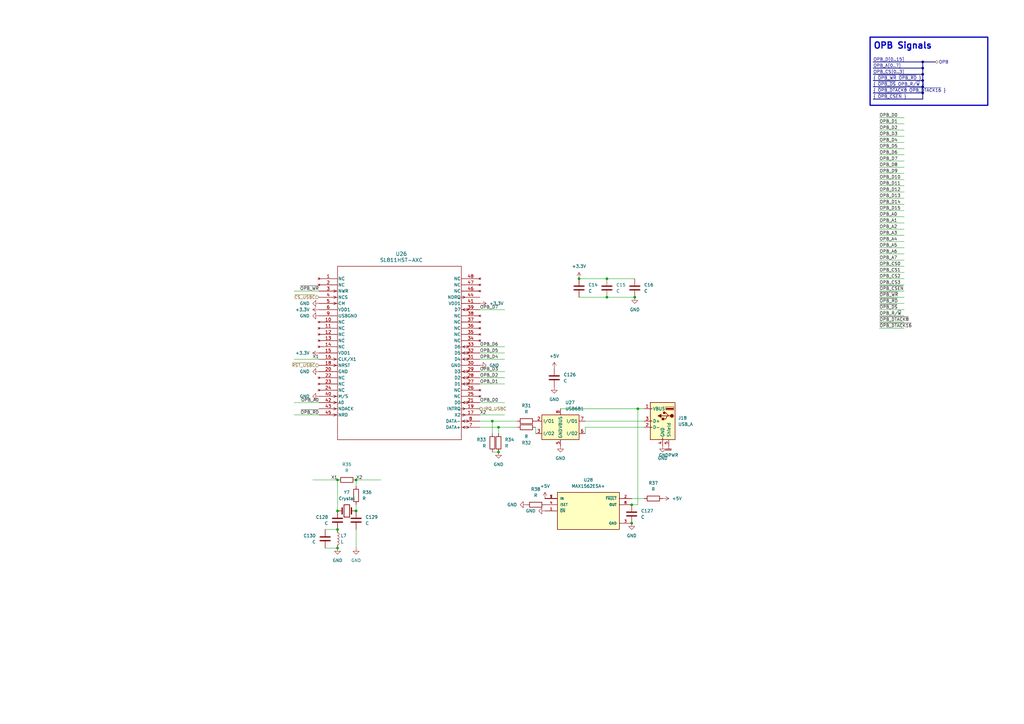
<source format=kicad_sch>
(kicad_sch (version 20230121) (generator eeschema)
  (paper "A3")
  (lib_symbols
    (symbol "Connector:USB_A" (pin_names (offset 1.016))
      (property "Reference" "J" (at -5.08 11.43 0))
      (property "Value" "USB_A" (at -5.08 8.89 0))
      (symbol "USB_A_0_1"
        (rectangle (start -5.08 -7.62) (end 5.08 7.62) (stroke (width 0.254)) (fill (type background)))
        (circle (center -3.81 2.159) (radius 0.635) (stroke (width 0.254)) (fill (type outline)))
        (rectangle (start -1.524 4.826) (end -4.318 5.334) (fill (type outline)))
        (rectangle (start -1.27 4.572) (end -4.572 5.842))
        (circle (center -0.635 3.429) (radius 0.381) (stroke (width 0.254)) (fill (type outline)))
        (rectangle (start -0.127 -7.62) (end 0.127 -6.858))
        (polyline (pts (xy -3.175 2.159) (xy -2.54 2.159) (xy -1.27 3.429) (xy -0.635 3.429)) (stroke (width 0.254)))
        (polyline (pts (xy -2.54 2.159) (xy -1.905 2.159) (xy -1.27 0.889) (xy 0 0.889)) (stroke (width 0.254)))
        (polyline (pts (xy 0.635 2.794) (xy 0.635 1.524) (xy 1.905 2.159) (xy 0.635 2.794)) (stroke (width 0.254)) (fill (type outline)))
        (rectangle (start 0.254 1.27) (end -0.508 0.508) (stroke (width 0.254)) (fill (type outline)))
        (rectangle (start 5.08 -2.667) (end 4.318 -2.413))
        (rectangle (start 5.08 -0.127) (end 4.318 0.127))
        (rectangle (start 5.08 4.953) (end 4.318 5.207))
      )
      (symbol "USB_A_1_1"
        (polyline (pts (xy -1.905 2.159) (xy 0.635 2.159)) (stroke (width 0.254)))
        (pin power_in line (at 7.62 5.08 180) (length 2.54) (name "VBUS") (number "1"))
        (pin bidirectional line (at 7.62 -2.54 180) (length 2.54) (name "D-") (number "2"))
        (pin bidirectional line (at 7.62 0 180) (length 2.54) (name "D+") (number "3"))
        (pin power_in line (at 0 -10.16 90) (length 2.54) (name "GND") (number "4"))
        (pin passive line (at -2.54 -10.16 90) (length 2.54) (name "Shield") (number "5"))
      )
    )
    (symbol "Device:C" (pin_numbers hide) (pin_names (offset 0.254))
      (property "Reference" "C" (at 0.635 2.54 0))
      (property "Value" "C" (at 0.635 -2.54 0))
      (symbol "C_0_1"
        (polyline (pts (xy -2.032 -0.762) (xy 2.032 -0.762)) (stroke (width 0.508)))
        (polyline (pts (xy -2.032 0.762) (xy 2.032 0.762)) (stroke (width 0.508)))
      )
      (symbol "C_1_1"
        (pin passive line (at 0 3.81 270) (length 2.794) (name "~") (number "1"))
        (pin passive line (at 0 -3.81 90) (length 2.794) (name "~") (number "2"))
      )
    )
    (symbol "Device:Crystal" (pin_numbers hide) (pin_names (offset 1.016) hide)
      (property "Reference" "Y" (at 0 3.81 0))
      (property "Value" "Crystal" (at 0 -3.81 0))
      (symbol "Crystal_0_1"
        (rectangle (start -1.143 2.54) (end 1.143 -2.54) (stroke (width 0.3048)))
        (polyline (pts (xy -2.54 0) (xy -1.905 0)))
        (polyline (pts (xy -1.905 -1.27) (xy -1.905 1.27)) (stroke (width 0.508)))
        (polyline (pts (xy 1.905 -1.27) (xy 1.905 1.27)) (stroke (width 0.508)))
        (polyline (pts (xy 2.54 0) (xy 1.905 0)))
      )
      (symbol "Crystal_1_1"
        (pin passive line (at -3.81 0 0) (length 1.27) (name "1") (number "1"))
        (pin passive line (at 3.81 0 180) (length 1.27) (name "2") (number "2"))
      )
    )
    (symbol "Device:L" (pin_numbers hide) (pin_names (offset 1.016) hide)
      (property "Reference" "L" (at -1.27 0 90))
      (property "Value" "L" (at 1.905 0 90))
      (symbol "L_0_1"
        (arc (start 0 -2.54) (mid 0.6323 -1.905) (end 0 -1.27))
        (arc (start 0 -1.27) (mid 0.6323 -0.635) (end 0 0))
        (arc (start 0 0) (mid 0.6323 0.635) (end 0 1.27))
        (arc (start 0 1.27) (mid 0.6323 1.905) (end 0 2.54))
      )
      (symbol "L_1_1"
        (pin passive line (at 0 3.81 270) (length 1.27) (name "1") (number "1"))
        (pin passive line (at 0 -3.81 90) (length 1.27) (name "2") (number "2"))
      )
    )
    (symbol "Device:R" (pin_numbers hide) (pin_names (offset 0))
      (property "Reference" "R" (at 2.032 0 90))
      (property "Value" "R" (at 0 0 90))
      (symbol "R_0_1"
        (rectangle (start -1.016 -2.54) (end 1.016 2.54) (stroke (width 0.254)))
      )
      (symbol "R_1_1"
        (pin passive line (at 0 3.81 270) (length 1.27) (name "~") (number "1"))
        (pin passive line (at 0 -3.81 90) (length 1.27) (name "~") (number "2"))
      )
    )
    (symbol "MAX1562ESA:MAX1562ESA+" (pin_names (offset 1.016))
      (property "Reference" "U" (at -12.7 8.62 0))
      (property "Value" "MAX1562ESA+" (at -12.7 -11.62 0))
      (symbol "MAX1562ESA+_0_0"
        (rectangle (start -12.7 -7.62) (end 12.7 7.62) (stroke (width 0.254)) (fill (type background)))
        (pin input line (at -17.78 0 0) (length 5.08) (name "~{ON}") (number "1"))
        (pin output line (at 17.78 5.08 180) (length 5.08) (name "~{FAULT}") (number "2"))
        (pin power_in line (at 17.78 -5.08 180) (length 5.08) (name "GND") (number "3"))
        (pin input line (at -17.78 2.54 0) (length 5.08) (name "ISET") (number "4"))
        (pin input line (at -17.78 5.08 0) (length 5.08) (name "IN") (number "5"))
        (pin output line (at 17.78 2.54 180) (length 5.08) (name "OUT") (number "6"))
        (pin input line (at -17.78 5.08 0) (length 5.08) (name "IN") (number "7"))
        (pin output line (at 17.78 2.54 180) (length 5.08) (name "OUT") (number "8"))
      )
    )
    (symbol "Power_Protection:USB6B1"
      (property "Reference" "U" (at 6.35 6.35 0))
      (property "Value" "USB6B1" (at 5.08 -6.35 0))
      (symbol "USB6B1_0_1"
        (rectangle (start -7.62 -5.08) (end 7.62 5.08) (stroke (width 0.254)) (fill (type background)))
      )
      (symbol "USB6B1_1_1"
        (pin passive line (at 0 7.62 270) (length 2.54) hide (name "VBUS") (number "1"))
        (pin passive line (at -10.16 2.54 0) (length 2.54) (name "I/O1") (number "2"))
        (pin passive line (at -10.16 -2.54 0) (length 2.54) (name "I/O2") (number "3"))
        (pin passive line (at 0 -7.62 90) (length 2.54) hide (name "GND") (number "4"))
        (pin passive line (at 0 -7.62 90) (length 2.54) (name "GND") (number "5"))
        (pin passive line (at 10.16 -2.54 180) (length 2.54) (name "I/O2") (number "6"))
        (pin passive line (at 10.16 2.54 180) (length 2.54) (name "I/O1") (number "7"))
        (pin passive line (at 0 7.62 270) (length 2.54) (name "VBUS") (number "8"))
      )
    )
    (symbol "SL811HST-AXC:SL811HST-AXC" (pin_names (offset 0.254))
      (property "Reference" "U" (at 33.02 10.16 0))
      (property "Value" "SL811HST-AXC" (at 33.02 7.62 0))
      (symbol "SL811HST-AXC_0_1"
        (polyline (pts (xy 7.0993 -55.88) (xy 6.0579 -56.4007)) (stroke (width 0.2032)))
        (polyline (pts (xy 7.0993 -55.88) (xy 6.0579 -55.3593)) (stroke (width 0.2032)))
        (polyline (pts (xy 7.0993 -53.34) (xy 6.0579 -53.8607)) (stroke (width 0.2032)))
        (polyline (pts (xy 7.0993 -53.34) (xy 6.0579 -52.8193)) (stroke (width 0.2032)))
        (polyline (pts (xy 7.0993 -50.8) (xy 6.0579 -51.3207)) (stroke (width 0.2032)))
        (polyline (pts (xy 7.0993 -50.8) (xy 6.0579 -50.2793)) (stroke (width 0.2032)))
        (polyline (pts (xy 7.0993 -48.26) (xy 6.0579 -48.7807)) (stroke (width 0.2032)))
        (polyline (pts (xy 7.0993 -48.26) (xy 6.0579 -47.7393)) (stroke (width 0.2032)))
        (polyline (pts (xy 7.0993 -35.56) (xy 6.0579 -36.0807)) (stroke (width 0.2032)))
        (polyline (pts (xy 7.0993 -35.56) (xy 6.0579 -35.0393)) (stroke (width 0.2032)))
        (polyline (pts (xy 7.0993 -33.02) (xy 6.0579 -33.5407)) (stroke (width 0.2032)))
        (polyline (pts (xy 7.0993 -33.02) (xy 6.0579 -32.4993)) (stroke (width 0.2032)))
        (polyline (pts (xy 7.0993 -10.16) (xy 6.0579 -10.6807)) (stroke (width 0.2032)))
        (polyline (pts (xy 7.0993 -10.16) (xy 6.0579 -9.6393)) (stroke (width 0.2032)))
        (polyline (pts (xy 7.0993 -7.62) (xy 6.0579 -8.1407)) (stroke (width 0.2032)))
        (polyline (pts (xy 7.0993 -7.62) (xy 6.0579 -7.0993)) (stroke (width 0.2032)))
        (polyline (pts (xy 7.0993 -5.08) (xy 6.0579 -5.6007)) (stroke (width 0.2032)))
        (polyline (pts (xy 7.0993 -5.08) (xy 6.0579 -4.5593)) (stroke (width 0.2032)))
        (polyline (pts (xy 7.62 -66.04) (xy 58.42 -66.04)) (stroke (width 0.2032)))
        (polyline (pts (xy 7.62 5.08) (xy 7.62 -66.04)) (stroke (width 0.2032)))
        (polyline (pts (xy 58.42 -66.04) (xy 58.42 5.08)) (stroke (width 0.2032)))
        (polyline (pts (xy 58.42 5.08) (xy 7.62 5.08)) (stroke (width 0.2032)))
        (polyline (pts (xy 58.9407 -60.96) (xy 59.9821 -61.4807)) (stroke (width 0.2032)))
        (polyline (pts (xy 58.9407 -60.96) (xy 59.9821 -60.4393)) (stroke (width 0.2032)))
        (polyline (pts (xy 58.9407 -58.42) (xy 59.9821 -58.9407)) (stroke (width 0.2032)))
        (polyline (pts (xy 58.9407 -58.42) (xy 59.9821 -57.8993)) (stroke (width 0.2032)))
        (polyline (pts (xy 58.9407 -56.4007) (xy 59.9821 -55.88)) (stroke (width 0.2032)))
        (polyline (pts (xy 58.9407 -55.3593) (xy 59.9821 -55.88)) (stroke (width 0.2032)))
        (polyline (pts (xy 58.9407 -53.8607) (xy 59.9821 -53.34)) (stroke (width 0.2032)))
        (polyline (pts (xy 58.9407 -52.8193) (xy 59.9821 -53.34)) (stroke (width 0.2032)))
        (polyline (pts (xy 58.9407 -50.8) (xy 59.9821 -51.3207)) (stroke (width 0.2032)))
        (polyline (pts (xy 58.9407 -50.8) (xy 59.9821 -50.2793)) (stroke (width 0.2032)))
        (polyline (pts (xy 58.9407 -43.18) (xy 59.9821 -43.7007)) (stroke (width 0.2032)))
        (polyline (pts (xy 58.9407 -43.18) (xy 59.9821 -42.6593)) (stroke (width 0.2032)))
        (polyline (pts (xy 58.9407 -40.64) (xy 59.9821 -41.1607)) (stroke (width 0.2032)))
        (polyline (pts (xy 58.9407 -40.64) (xy 59.9821 -40.1193)) (stroke (width 0.2032)))
        (polyline (pts (xy 58.9407 -38.1) (xy 59.9821 -38.6207)) (stroke (width 0.2032)))
        (polyline (pts (xy 58.9407 -38.1) (xy 59.9821 -37.5793)) (stroke (width 0.2032)))
        (polyline (pts (xy 58.9407 -33.02) (xy 59.9821 -33.5407)) (stroke (width 0.2032)))
        (polyline (pts (xy 58.9407 -33.02) (xy 59.9821 -32.4993)) (stroke (width 0.2032)))
        (polyline (pts (xy 58.9407 -30.48) (xy 59.9821 -31.0007)) (stroke (width 0.2032)))
        (polyline (pts (xy 58.9407 -30.48) (xy 59.9821 -29.9593)) (stroke (width 0.2032)))
        (polyline (pts (xy 58.9407 -27.94) (xy 59.9821 -28.4607)) (stroke (width 0.2032)))
        (polyline (pts (xy 58.9407 -27.94) (xy 59.9821 -27.4193)) (stroke (width 0.2032)))
        (polyline (pts (xy 58.9407 -12.7) (xy 59.9821 -13.2207)) (stroke (width 0.2032)))
        (polyline (pts (xy 58.9407 -12.7) (xy 59.9821 -12.1793)) (stroke (width 0.2032)))
        (polyline (pts (xy 58.9407 -8.1407) (xy 59.9821 -7.62)) (stroke (width 0.2032)))
        (polyline (pts (xy 58.9407 -7.0993) (xy 59.9821 -7.62)) (stroke (width 0.2032)))
        (polyline (pts (xy 60.5028 -61.4807) (xy 61.5442 -60.96)) (stroke (width 0.2032)))
        (polyline (pts (xy 60.5028 -60.4393) (xy 61.5442 -60.96)) (stroke (width 0.2032)))
        (polyline (pts (xy 60.5028 -58.9407) (xy 61.5442 -58.42)) (stroke (width 0.2032)))
        (polyline (pts (xy 60.5028 -57.8993) (xy 61.5442 -58.42)) (stroke (width 0.2032)))
        (polyline (pts (xy 60.5028 -51.3207) (xy 61.5442 -50.8)) (stroke (width 0.2032)))
        (polyline (pts (xy 60.5028 -50.2793) (xy 61.5442 -50.8)) (stroke (width 0.2032)))
        (polyline (pts (xy 60.5028 -43.7007) (xy 61.5442 -43.18)) (stroke (width 0.2032)))
        (polyline (pts (xy 60.5028 -42.6593) (xy 61.5442 -43.18)) (stroke (width 0.2032)))
        (polyline (pts (xy 60.5028 -41.1607) (xy 61.5442 -40.64)) (stroke (width 0.2032)))
        (polyline (pts (xy 60.5028 -40.1193) (xy 61.5442 -40.64)) (stroke (width 0.2032)))
        (polyline (pts (xy 60.5028 -38.6207) (xy 61.5442 -38.1)) (stroke (width 0.2032)))
        (polyline (pts (xy 60.5028 -37.5793) (xy 61.5442 -38.1)) (stroke (width 0.2032)))
        (polyline (pts (xy 60.5028 -33.5407) (xy 61.5442 -33.02)) (stroke (width 0.2032)))
        (polyline (pts (xy 60.5028 -32.4993) (xy 61.5442 -33.02)) (stroke (width 0.2032)))
        (polyline (pts (xy 60.5028 -31.0007) (xy 61.5442 -30.48)) (stroke (width 0.2032)))
        (polyline (pts (xy 60.5028 -29.9593) (xy 61.5442 -30.48)) (stroke (width 0.2032)))
        (polyline (pts (xy 60.5028 -28.4607) (xy 61.5442 -27.94)) (stroke (width 0.2032)))
        (polyline (pts (xy 60.5028 -27.4193) (xy 61.5442 -27.94)) (stroke (width 0.2032)))
        (polyline (pts (xy 60.5028 -13.2207) (xy 61.5442 -12.7)) (stroke (width 0.2032)))
        (polyline (pts (xy 60.5028 -12.1793) (xy 61.5442 -12.7)) (stroke (width 0.2032)))
        (pin no_connect line (at 0 0 0) (length 7.62) (name "NC") (number "1"))
        (pin no_connect line (at 0 -17.78 0) (length 7.62) (name "NC") (number "10"))
        (pin no_connect line (at 0 -20.32 0) (length 7.62) (name "NC") (number "11"))
        (pin no_connect line (at 0 -22.86 0) (length 7.62) (name "NC") (number "12"))
        (pin no_connect line (at 0 -25.4 0) (length 7.62) (name "NC") (number "13"))
        (pin no_connect line (at 0 -27.94 0) (length 7.62) (name "NC") (number "14"))
        (pin power_in line (at 0 -30.48 0) (length 7.62) (name "VDD1") (number "15"))
        (pin input line (at 0 -33.02 0) (length 7.62) (name "CLK/X1") (number "16"))
        (pin output line (at 66.04 -55.88 180) (length 7.62) (name "X2") (number "17"))
        (pin input line (at 0 -35.56 0) (length 7.62) (name "NRST") (number "18"))
        (pin output line (at 66.04 -53.34 180) (length 7.62) (name "INTRQ") (number "19"))
        (pin no_connect line (at 0 -2.54 0) (length 7.62) (name "NC") (number "2"))
        (pin power_in line (at 0 -38.1 0) (length 7.62) (name "GND") (number "20"))
        (pin bidirectional line (at 66.04 -50.8 180) (length 7.62) (name "D0") (number "21"))
        (pin no_connect line (at 0 -40.64 0) (length 7.62) (name "NC") (number "22"))
        (pin no_connect line (at 0 -43.18 0) (length 7.62) (name "NC") (number "23"))
        (pin no_connect line (at 0 -45.72 0) (length 7.62) (name "NC") (number "24"))
        (pin no_connect line (at 66.04 -48.26 180) (length 7.62) (name "NC") (number "25"))
        (pin no_connect line (at 66.04 -45.72 180) (length 7.62) (name "NC") (number "26"))
        (pin bidirectional line (at 66.04 -43.18 180) (length 7.62) (name "D1") (number "27"))
        (pin bidirectional line (at 66.04 -40.64 180) (length 7.62) (name "D2") (number "28"))
        (pin bidirectional line (at 66.04 -38.1 180) (length 7.62) (name "D3") (number "29"))
        (pin input line (at 0 -5.08 0) (length 7.62) (name "NWR") (number "3"))
        (pin power_in line (at 66.04 -35.56 180) (length 7.62) (name "GND") (number "30"))
        (pin bidirectional line (at 66.04 -33.02 180) (length 7.62) (name "D4") (number "31"))
        (pin bidirectional line (at 66.04 -30.48 180) (length 7.62) (name "D5") (number "32"))
        (pin bidirectional line (at 66.04 -27.94 180) (length 7.62) (name "D6") (number "33"))
        (pin no_connect line (at 66.04 -25.4 180) (length 7.62) (name "NC") (number "34"))
        (pin no_connect line (at 66.04 -22.86 180) (length 7.62) (name "NC") (number "35"))
        (pin no_connect line (at 66.04 -20.32 180) (length 7.62) (name "NC") (number "36"))
        (pin no_connect line (at 66.04 -17.78 180) (length 7.62) (name "NC") (number "37"))
        (pin no_connect line (at 66.04 -15.24 180) (length 7.62) (name "NC") (number "38"))
        (pin bidirectional line (at 66.04 -12.7 180) (length 7.62) (name "D7") (number "39"))
        (pin input line (at 0 -7.62 0) (length 7.62) (name "NCS") (number "4"))
        (pin input line (at 0 -48.26 0) (length 7.62) (name "M/S") (number "40"))
        (pin power_in line (at 66.04 -10.16 180) (length 7.62) (name "VDD1") (number "41"))
        (pin input line (at 0 -50.8 0) (length 7.62) (name "A0") (number "42"))
        (pin input line (at 0 -53.34 0) (length 7.62) (name "NDACK") (number "43"))
        (pin output line (at 66.04 -7.62 180) (length 7.62) (name "NDRQ") (number "44"))
        (pin input line (at 0 -55.88 0) (length 7.62) (name "NRD") (number "45"))
        (pin no_connect line (at 66.04 -5.08 180) (length 7.62) (name "NC") (number "46"))
        (pin no_connect line (at 66.04 -2.54 180) (length 7.62) (name "NC") (number "47"))
        (pin no_connect line (at 66.04 0 180) (length 7.62) (name "NC") (number "48"))
        (pin input line (at 0 -10.16 0) (length 7.62) (name "CM") (number "5"))
        (pin power_in line (at 0 -12.7 0) (length 7.62) (name "VDD1") (number "6"))
        (pin bidirectional line (at 66.04 -60.96 180) (length 7.62) (name "DATA+") (number "7"))
        (pin bidirectional line (at 66.04 -58.42 180) (length 7.62) (name "DATA-") (number "8"))
        (pin power_in line (at 0 -15.24 0) (length 7.62) (name "USBGND") (number "9"))
      )
    )
    (symbol "power:+3.3V" (power) (pin_names (offset 0))
      (property "Value" "+3.3V" (at 0 3.556 0))
      (symbol "+3.3V_0_1"
        (polyline (pts (xy -0.762 1.27) (xy 0 2.54)))
        (polyline (pts (xy 0 0) (xy 0 2.54)))
        (polyline (pts (xy 0 2.54) (xy 0.762 1.27)))
      )
      (symbol "+3.3V_1_1"
        (pin power_in line (at 0 0 90) (length 0) hide (name "+3.3V") (number "1"))
      )
    )
    (symbol "power:+5V" (power) (pin_names (offset 0))
      (property "Value" "+5V" (at 0 3.556 0))
      (symbol "+5V_0_1"
        (polyline (pts (xy -0.762 1.27) (xy 0 2.54)))
        (polyline (pts (xy 0 0) (xy 0 2.54)))
        (polyline (pts (xy 0 2.54) (xy 0.762 1.27)))
      )
      (symbol "+5V_1_1"
        (pin power_in line (at 0 0 90) (length 0) hide (name "+5V") (number "1"))
      )
    )
    (symbol "power:GND" (power) (pin_names (offset 0))
      (property "Value" "GND" (at 0 -3.81 0))
      (symbol "GND_0_1"
        (polyline (pts (xy 0 0) (xy 0 -1.27) (xy 1.27 -1.27) (xy 0 -2.54) (xy -1.27 -1.27) (xy 0 -1.27)))
      )
      (symbol "GND_1_1"
        (pin power_in line (at 0 0 270) (length 0) hide (name "GND") (number "1"))
      )
    )
    (symbol "power:GNDPWR" (power) (pin_names (offset 0))
      (property "Value" "GNDPWR" (at 0 -3.302 0))
      (symbol "GNDPWR_0_1"
        (polyline (pts (xy 0 -1.27) (xy 0 0)))
        (polyline (pts (xy -1.016 -1.27) (xy -1.27 -2.032) (xy -1.27 -2.032)) (stroke (width 0.2032)))
        (polyline (pts (xy -0.508 -1.27) (xy -0.762 -2.032) (xy -0.762 -2.032)) (stroke (width 0.2032)))
        (polyline (pts (xy 0 -1.27) (xy -0.254 -2.032) (xy -0.254 -2.032)) (stroke (width 0.2032)))
        (polyline (pts (xy 0.508 -1.27) (xy 0.254 -2.032) (xy 0.254 -2.032)) (stroke (width 0.2032)))
        (polyline (pts (xy 1.016 -1.27) (xy -1.016 -1.27) (xy -1.016 -1.27)) (stroke (width 0.2032)))
        (polyline (pts (xy 1.016 -1.27) (xy 0.762 -2.032) (xy 0.762 -2.032) (xy 0.762 -2.032)) (stroke (width 0.2032)))
      )
      (symbol "GNDPWR_1_1"
        (pin power_in line (at 0 0 270) (length 0) hide (name "GNDPWR") (number "1"))
      )
    )
  )
  (junction (at 237.49 114.3))
  (junction (at 260.35 121.92))
  (junction (at 138.43 217.17))
  (junction (at 138.43 196.85))
  (junction (at 138.43 224.79))
  (junction (at 261.62 167.64))
  (junction (at 138.43 209.55))
  (junction (at 204.47 175.26))
  (junction (at 204.47 185.42))
  (junction (at 146.05 196.85))
  (junction (at 259.08 207.01))
  (junction (at 378.46 25.4))
  (junction (at 248.92 114.3))
  (junction (at 201.93 172.72))
  (junction (at 378.46 33.02))
  (junction (at 259.08 214.63))
  (junction (at 378.46 27.94))
  (junction (at 146.05 209.55))
  (junction (at 378.46 35.56))
  (junction (at 378.46 30.48))
  (junction (at 248.92 121.92))
  (junction (at 378.46 38.1))
  (wire (pts (xy 370.84 104.14) (xy 360.68 104.14)))
  (wire (pts (xy 370.84 91.44) (xy 360.68 91.44)))
  (bus (pts (xy 378.46 38.1) (xy 378.46 35.56)))
  (wire (pts (xy 370.84 121.92) (xy 360.68 121.92)))
  (wire (pts (xy 120.65 147.32) (xy 130.81 147.32)))
  (bus (pts (xy 358.14 30.48) (xy 378.46 30.48)))
  (wire (pts (xy 370.84 116.84) (xy 360.68 116.84)))
  (wire (pts (xy 138.43 196.85) (xy 138.43 209.55)))
  (wire (pts (xy 207.01 127) (xy 196.85 127)))
  (wire (pts (xy 370.84 101.6) (xy 360.68 101.6)))
  (wire (pts (xy 196.85 175.26) (xy 204.47 175.26)))
  (wire (pts (xy 370.84 88.9) (xy 360.68 88.9)))
  (wire (pts (xy 207.01 142.24) (xy 196.85 142.24)))
  (wire (pts (xy 370.84 68.58) (xy 360.68 68.58)))
  (wire (pts (xy 229.87 167.64) (xy 261.62 167.64)))
  (wire (pts (xy 370.84 78.74) (xy 360.68 78.74)))
  (wire (pts (xy 370.84 134.62) (xy 360.68 134.62)))
  (wire (pts (xy 370.84 71.12) (xy 360.68 71.12)))
  (wire (pts (xy 207.01 152.4) (xy 196.85 152.4)))
  (wire (pts (xy 260.35 121.92) (xy 248.92 121.92)))
  (wire (pts (xy 261.62 167.64) (xy 264.16 167.64)))
  (bus (pts (xy 378.46 30.48) (xy 378.46 27.94)))
  (wire (pts (xy 207.01 157.48) (xy 196.85 157.48)))
  (bus (pts (xy 358.14 33.02) (xy 378.46 33.02)))
  (bus (pts (xy 358.14 35.56) (xy 378.46 35.56)))
  (wire (pts (xy 261.62 167.64) (xy 261.62 207.01)))
  (wire (pts (xy 370.84 63.5) (xy 360.68 63.5)))
  (wire (pts (xy 120.65 165.1) (xy 130.81 165.1)))
  (wire (pts (xy 204.47 175.26) (xy 212.09 175.26)))
  (wire (pts (xy 370.84 114.3) (xy 360.68 114.3)))
  (wire (pts (xy 248.92 114.3) (xy 260.35 114.3)))
  (bus (pts (xy 378.46 25.4) (xy 383.54 25.4)))
  (wire (pts (xy 370.84 119.38) (xy 360.68 119.38)))
  (wire (pts (xy 370.84 55.88) (xy 360.68 55.88)))
  (wire (pts (xy 196.85 172.72) (xy 201.93 172.72)))
  (wire (pts (xy 207.01 165.1) (xy 196.85 165.1)))
  (wire (pts (xy 156.21 196.85) (xy 146.05 196.85)))
  (wire (pts (xy 370.84 132.08) (xy 360.68 132.08)))
  (wire (pts (xy 370.84 106.68) (xy 360.68 106.68)))
  (wire (pts (xy 370.84 83.82) (xy 360.68 83.82)))
  (wire (pts (xy 201.93 172.72) (xy 212.09 172.72)))
  (wire (pts (xy 207.01 154.94) (xy 196.85 154.94)))
  (wire (pts (xy 146.05 196.85) (xy 146.05 199.39)))
  (wire (pts (xy 370.84 93.98) (xy 360.68 93.98)))
  (wire (pts (xy 240.03 175.26) (xy 240.03 177.8)))
  (wire (pts (xy 370.84 50.8) (xy 360.68 50.8)))
  (wire (pts (xy 370.84 81.28) (xy 360.68 81.28)))
  (bus (pts (xy 358.14 40.64) (xy 378.46 40.64)))
  (bus (pts (xy 378.46 33.02) (xy 378.46 30.48)))
  (wire (pts (xy 207.01 144.78) (xy 196.85 144.78)))
  (bus (pts (xy 358.14 27.94) (xy 378.46 27.94)))
  (wire (pts (xy 204.47 175.26) (xy 204.47 177.8)))
  (wire (pts (xy 128.27 196.85) (xy 138.43 196.85)))
  (wire (pts (xy 201.93 177.8) (xy 201.93 172.72)))
  (wire (pts (xy 370.84 111.76) (xy 360.68 111.76)))
  (wire (pts (xy 248.92 121.92) (xy 237.49 121.92)))
  (wire (pts (xy 370.84 58.42) (xy 360.68 58.42)))
  (wire (pts (xy 207.01 147.32) (xy 196.85 147.32)))
  (wire (pts (xy 370.84 73.66) (xy 360.68 73.66)))
  (bus (pts (xy 358.14 38.1) (xy 378.46 38.1)))
  (wire (pts (xy 370.84 96.52) (xy 360.68 96.52)))
  (wire (pts (xy 146.05 217.17) (xy 146.05 224.79)))
  (wire (pts (xy 264.16 175.26) (xy 240.03 175.26)))
  (wire (pts (xy 146.05 207.01) (xy 146.05 209.55)))
  (wire (pts (xy 264.16 204.47) (xy 259.08 204.47)))
  (wire (pts (xy 133.35 217.17) (xy 138.43 217.17)))
  (wire (pts (xy 370.84 99.06) (xy 360.68 99.06)))
  (bus (pts (xy 378.46 40.64) (xy 378.46 38.1)))
  (wire (pts (xy 237.49 114.3) (xy 248.92 114.3)))
  (wire (pts (xy 261.62 207.01) (xy 259.08 207.01)))
  (wire (pts (xy 264.16 172.72) (xy 240.03 172.72)))
  (bus (pts (xy 358.14 25.4) (xy 378.46 25.4)))
  (wire (pts (xy 219.71 175.26) (xy 219.71 177.8)))
  (wire (pts (xy 370.84 127) (xy 360.68 127)))
  (wire (pts (xy 370.84 124.46) (xy 360.68 124.46)))
  (wire (pts (xy 370.84 48.26) (xy 360.68 48.26)))
  (wire (pts (xy 370.84 60.96) (xy 360.68 60.96)))
  (wire (pts (xy 370.84 109.22) (xy 360.68 109.22)))
  (wire (pts (xy 133.35 224.79) (xy 138.43 224.79)))
  (wire (pts (xy 370.84 76.2) (xy 360.68 76.2)))
  (wire (pts (xy 120.65 119.38) (xy 130.81 119.38)))
  (wire (pts (xy 207.01 170.18) (xy 196.85 170.18)))
  (bus (pts (xy 378.46 35.56) (xy 378.46 33.02)))
  (wire (pts (xy 120.65 170.18) (xy 130.81 170.18)))
  (wire (pts (xy 204.47 185.42) (xy 201.93 185.42)))
  (wire (pts (xy 370.84 129.54) (xy 360.68 129.54)))
  (bus (pts (xy 378.46 27.94) (xy 378.46 25.4)))
  (wire (pts (xy 370.84 53.34) (xy 360.68 53.34)))
  (wire (pts (xy 370.84 66.04) (xy 360.68 66.04)))
  (wire (pts (xy 370.84 86.36) (xy 360.68 86.36)))
  (rectangle (start 356.87 15.24) (end 405.13 43.18) (stroke (width 0.508)))
  (text "OPB Signals" (at 358.14 20.32 0) (effects (font (size 2.54 2.54) (thickness 0.508) bold) (justify left bottom)))
  (label "~{OPB_RD}" (at 360.68 124.46 0))
  (label "OPB_D6" (at 196.85 142.24 0))
  (label "OPB_A5" (at 360.68 101.6 0))
  (label "OPB_A0" (at 360.68 88.9 0))
  (label "X1" (at 130.81 147.32 180))
  (label "OPB_R{slash}~{W}" (at 360.68 129.54 0))
  (label "OPB_D6" (at 360.68 63.5 0))
  (label "OPB_D0" (at 196.85 165.1 0))
  (label "X2" (at 196.85 170.18 0))
  (label "OPB_D3" (at 360.68 55.88 0))
  (label "OPB_D10" (at 360.68 73.66 0))
  (label "OPB_D13" (at 360.68 81.28 0))
  (label "OPB_D5" (at 196.85 144.78 0))
  (label "~{OPB_DS}" (at 360.68 127 0))
  (label "X2" (at 146.05 196.85 0))
  (label "OPB_D7" (at 360.68 66.04 0))
  (label "OPB_D7" (at 196.85 127 0))
  (label "OPB_D2" (at 360.68 53.34 0))
  (label "~{OPB_CSEN}" (at 360.68 119.38 0))
  (label "{ ~{OPB_DS} OPB_R{slash}~{W} }" (at 358.14 35.56 0))
  (label "OPB_D1" (at 360.68 50.8 0))
  (label "~{OPB_DTACK8}" (at 360.68 132.08 0))
  (label "OPB_D5" (at 360.68 60.96 0))
  (label "X1" (at 138.43 196.85 180))
  (label "{ ~{OPB_CSEN} }" (at 358.14 40.64 0))
  (label "OPB_D1" (at 196.85 157.48 0))
  (label "OPB_D12" (at 360.68 78.74 0))
  (label "OPB_D4" (at 196.85 147.32 0))
  (label "OPB_D14" (at 360.68 83.82 0))
  (label "OPB_A7" (at 360.68 106.68 0))
  (label "~{OPB_WR}" (at 130.81 119.38 180))
  (label "{ ~{OPB_DTACK8} ~{OPB_DTACK16} }" (at 358.14 38.1 0))
  (label "OPB_A6" (at 360.68 104.14 0))
  (label "OPB_CS2" (at 360.68 114.3 0))
  (label "OPB_D11" (at 360.68 76.2 0))
  (label "OPB_D15" (at 360.68 86.36 0))
  (label "OPB_A3" (at 360.68 96.52 0))
  (label "OPB_CS[0..3]" (at 358.14 30.48 0))
  (label "OPB_D0" (at 360.68 48.26 0))
  (label "~{OPB_DTACK16}" (at 360.68 134.62 0))
  (label "OPB_D4" (at 360.68 58.42 0))
  (label "OPB_CS1" (at 360.68 111.76 0))
  (label "OPB_A2" (at 360.68 93.98 0))
  (label "OPB_D3" (at 196.85 152.4 0))
  (label "OPB_D[0..15]" (at 358.14 25.4 0))
  (label "~{OPB_WR}" (at 360.68 121.92 0))
  (label "~{OPB_RD}" (at 130.81 170.18 180))
  (label "OPB_A4" (at 360.68 99.06 0))
  (label "OPB_A1" (at 360.68 91.44 0))
  (label "{ ~{OPB_WR} ~{OPB_RD} }" (at 358.14 33.02 0))
  (label "OPB_D2" (at 196.85 154.94 0))
  (label "OPB_CS0" (at 360.68 109.22 0))
  (label "OPB_D8" (at 360.68 68.58 0))
  (label "OPB_CS3" (at 360.68 116.84 0))
  (label "OPB_D9" (at 360.68 71.12 0))
  (label "OPB_A[0..7]" (at 358.14 27.94 0))
  (label "OPB_A0" (at 130.81 165.1 180))
  (hierarchical_label "~{RST_USBC}" (shape input) (at 130.81 149.86 180))
  (hierarchical_label "~{CS_USBC}" (shape input) (at 130.81 121.92 180))
  (hierarchical_label "IRQ_USBC" (shape output) (at 196.85 167.64 0))
  (hierarchical_label "OPB" (shape bidirectional) (at 383.54 25.4 0))
  (symbol (lib_id "power:GND") (at 130.81 124.46 270) (unit 1)
    (property "Reference" "#PWR0220" (effects hide))
    (property "Value" "GND" (at 127 124.46 90) (effects (justify right)))
  )
  (symbol (lib_id "power:GND") (at 130.81 152.4 270) (unit 1)
    (property "Reference" "#PWR0227" (effects hide))
    (property "Value" "GND" (at 127 152.4 90) (effects (justify right)))
  )
  (symbol (lib_id "Device:R") (at 219.71 207.01 90) (unit 1)
    (property "Reference" "R38" (at 219.71 200.66 90))
    (property "Value" "R" (at 219.71 203.2 90))
    (property "Footprint" "Resistor_SMD:R_0603_1608Metric_Pad0.98x0.95mm_HandSolder" (effects hide))
  )
  (symbol (lib_id "power:GND") (at 260.35 121.92 0) (unit 1)
    (property "Reference" "#PWR0219" (effects hide))
    (property "Value" "GND" (at 260.35 127 0))
  )
  (symbol (lib_id "Device:Crystal") (at 142.24 209.55 0) (unit 1)
    (property "Reference" "Y7" (at 142.24 201.93 0))
    (property "Value" "Crystal" (at 142.24 204.47 0))
    (property "Footprint" "Crystal:Crystal_HC52-6mm_Vertical" (effects hide))
  )
  (symbol (lib_id "power:+3.3V") (at 237.49 114.3 0) (unit 1)
    (property "Reference" "#PWR0218" (effects hide))
    (property "Value" "+3.3V" (at 237.49 109.22 0))
  )
  (symbol (lib_id "Device:C") (at 248.92 118.11 0) (unit 1)
    (property "Reference" "C15" (at 252.73 116.84 0) (effects (justify left)))
    (property "Value" "C" (at 252.73 119.38 0) (effects (justify left)))
    (property "Footprint" "Capacitor_SMD:C_0603_1608Metric_Pad1.08x0.95mm_HandSolder" (effects hide))
    (instances (project "m68k-hbc" (path "" (reference "C15") (unit 1)) (path "" (reference "C29") (unit 1)) (path "" (reference "C124") (unit 1))))
  )
  (symbol (lib_id "Device:C") (at 259.08 210.82 0) (unit 1)
    (property "Reference" "C127" (at 262.89 209.55 0) (effects (justify left)))
    (property "Value" "C" (at 262.89 212.09 0) (effects (justify left)))
    (property "Footprint" "Capacitor_SMD:C_0603_1608Metric_Pad1.08x0.95mm_HandSolder" (effects hide))
  )
  (symbol (lib_id "Device:R") (at 204.47 181.61 0) (unit 1)
    (property "Reference" "R34" (at 207.01 180.34 0) (effects (justify left)))
    (property "Value" "R" (at 207.01 182.88 0) (effects (justify left)))
    (property "Footprint" "Resistor_SMD:R_0603_1608Metric_Pad0.98x0.95mm_HandSolder" (effects hide))
  )
  (symbol (lib_id "power:GND") (at 271.78 182.88 0) (unit 1)
    (property "Reference" "#PWR0231" (effects hide))
    (property "Value" "GND" (at 271.78 187.96 0))
  )
  (symbol (lib_id "power:GND") (at 259.08 214.63 0) (unit 1)
    (property "Reference" "#PWR0238" (effects hide))
    (property "Value" "GND" (at 259.08 219.71 0))
  )
  (symbol (lib_id "Device:R") (at 146.05 203.2 0) (unit 1)
    (property "Reference" "R36" (at 148.59 201.93 0) (effects (justify left)))
    (property "Value" "R" (at 148.59 204.47 0) (effects (justify left)))
    (property "Footprint" "Resistor_SMD:R_0603_1608Metric_Pad0.98x0.95mm_HandSolder" (effects hide))
  )
  (symbol (lib_id "power:+5V") (at 227.33 151.13 0) (unit 1)
    (property "Reference" "#PWR0226" (effects hide))
    (property "Value" "+5V" (at 227.33 146.05 0))
  )
  (symbol (lib_id "Power_Protection:USB6B1") (at 229.87 175.26 0) (unit 1)
    (property "Reference" "U27" (at 231.8259 165.1 0) (effects (justify left)))
    (property "Value" "USB6B1" (at 231.8259 167.64 0) (effects (justify left)))
    (property "Footprint" "Package_SO:SOIC-8_3.9x4.9mm_P1.27mm" (effects hide))
    (property "Datasheet" "http://www.st.com/content/ccc/resource/technical/document/datasheet/3e/ec/b2/54/b2/76/47/90/CD00001361.pdf/files/CD00001361.pdf/jcr:content/translations/en.CD00001361.pdf" (effects hide))
  )
  (symbol (lib_id "power:GNDPWR") (at 274.32 182.88 0) (unit 1)
    (property "Reference" "#PWR0232" (effects hide))
    (property "Value" "GNDPWR" (at 274.193 186.69 0))
  )
  (symbol (lib_id "power:GND") (at 227.33 158.75 0) (unit 1)
    (property "Reference" "#PWR0228" (effects hide))
    (property "Value" "GND" (at 227.33 163.83 0))
  )
  (symbol (lib_id "power:GND") (at 223.52 209.55 270) (unit 1)
    (property "Reference" "#PWR0237" (effects hide))
    (property "Value" "GND" (at 219.71 209.55 90) (effects (justify right)))
  )
  (symbol (lib_id "power:GND") (at 130.81 129.54 270) (unit 1)
    (property "Reference" "#PWR0223" (effects hide))
    (property "Value" "GND" (at 127 129.54 90) (effects (justify right)))
  )
  (symbol (lib_id "Device:L") (at 138.43 220.98 0) (unit 1)
    (property "Reference" "L7" (at 139.7 219.71 0) (effects (justify left)))
    (property "Value" "L" (at 139.7 222.25 0) (effects (justify left)))
    (property "Footprint" "Inductor_SMD:L_1206_3216Metric_Pad1.42x1.75mm_HandSolder" (effects hide))
  )
  (symbol (lib_id "power:+5V") (at 223.52 204.47 0) (unit 1)
    (property "Reference" "#PWR0234" (effects hide))
    (property "Value" "+5V" (at 223.52 199.39 0))
  )
  (symbol (lib_id "power:GND") (at 138.43 224.79 0) (unit 1)
    (property "Reference" "#PWR0239" (effects hide))
    (property "Value" "GND" (at 138.43 229.87 0))
  )
  (symbol (lib_id "Device:R") (at 142.24 196.85 90) (unit 1)
    (property "Reference" "R35" (at 142.24 190.5 90))
    (property "Value" "R" (at 142.24 193.04 90))
    (property "Footprint" "Resistor_SMD:R_0603_1608Metric_Pad0.98x0.95mm_HandSolder" (effects hide))
  )
  (symbol (lib_id "Device:C") (at 146.05 213.36 0) (unit 1)
    (property "Reference" "C129" (at 149.86 212.09 0) (effects (justify left)))
    (property "Value" "C" (at 149.86 214.63 0) (effects (justify left)))
    (property "Footprint" "Capacitor_SMD:C_0603_1608Metric_Pad1.08x0.95mm_HandSolder" (effects hide))
  )
  (symbol (lib_id "power:GND") (at 196.85 149.86 90) (unit 1)
    (property "Reference" "#PWR0225" (effects hide))
    (property "Value" "GND" (at 200.66 149.86 90) (effects (justify right)))
  )
  (symbol (lib_id "Device:C") (at 133.35 220.98 0) (mirror y) (unit 1)
    (property "Reference" "C130" (at 129.54 219.71 0) (effects (justify left)))
    (property "Value" "C" (at 129.54 222.25 0) (effects (justify left)))
    (property "Footprint" "Capacitor_SMD:C_0603_1608Metric_Pad1.08x0.95mm_HandSolder" (effects hide))
  )
  (symbol (lib_id "power:+3.3V") (at 130.81 144.78 90) (unit 1)
    (property "Reference" "#PWR0224" (effects hide))
    (property "Value" "+3.3V" (at 127 144.78 90) (effects (justify left)))
  )
  (symbol (lib_id "power:+3.3V") (at 196.85 124.46 270) (unit 1)
    (property "Reference" "#PWR0221" (effects hide))
    (property "Value" "+3.3V" (at 200.66 124.46 90) (effects (justify left)))
  )
  (symbol (lib_id "power:GND") (at 204.47 185.42 0) (unit 1)
    (property "Reference" "#PWR0233" (effects hide))
    (property "Value" "GND" (at 204.47 190.5 0))
  )
  (symbol (lib_id "power:+3.3V") (at 130.81 127 90) (unit 1)
    (property "Reference" "#PWR0222" (effects hide))
    (property "Value" "+3.3V" (at 127 127 90) (effects (justify left)))
  )
  (symbol (lib_id "power:GND") (at 130.81 162.56 270) (unit 1)
    (property "Reference" "#PWR0229" (effects hide))
    (property "Value" "GND" (at 127 162.56 90) (effects (justify right)))
  )
  (symbol (lib_id "power:+5V") (at 271.78 204.47 270) (unit 1)
    (property "Reference" "#PWR0235" (effects hide))
    (property "Value" "+5V" (at 275.59 204.47 90) (effects (justify left)))
  )
  (symbol (lib_id "MAX1562ESA:MAX1562ESA+") (at 241.3 209.55 0) (unit 1)
    (property "Reference" "U28" (at 241.3 196.85 0))
    (property "Value" "MAX1562ESA+" (at 241.3 199.39 0))
    (property "Footprint" "MAX1562ESA+:SOIC127P600X175-8N" (effects hide))
    (property "MF" "Maxim Integrated Products" (effects hide))
    (property "DESCRIPTION" "Programmable, 4A, USB, Current-Limited Switches with Autoreset and Fault Blankin" (effects hide))
    (property "PACKAGE" "SOIC Maxim Integrated" (effects hide))
    (property "PRICE" "None" (effects hide))
    (property "Package" "None" (effects hide))
    (property "Check_prices" "https://www.snapeda.com/parts/MAX1562ESA+/Maxim+Integrated/view-part/?ref=eda" (effects hide))
    (property "STANDARD" "IPC-7351B" (effects hide))
    (property "PARTREV" "2" (effects hide))
    (property "SnapEDA_Link" "https://www.snapeda.com/parts/MAX1562ESA+/Maxim+Integrated/view-part/?ref=snap" (effects hide))
    (property "MP" "MAX1562ESA+" (effects hide))
    (property "Price" "None" (effects hide))
    (property "Availability" "In Stock" (effects hide))
    (property "AVAILABILITY" "Unavailable" (effects hide))
    (property "Description" "\nCurrent Limit SW 1-IN 1-OUT 4V to 5.5V 3A 8-Pin SOIC N Tube\n" (effects hide))
  )
  (symbol (lib_id "power:GND") (at 215.9 207.01 270) (unit 1)
    (property "Reference" "#PWR0236" (effects hide))
    (property "Value" "GND" (at 212.09 207.01 90) (effects (justify right)))
  )
  (symbol (lib_id "Device:C") (at 138.43 213.36 0) (mirror y) (unit 1)
    (property "Reference" "C128" (at 134.62 212.09 0) (effects (justify left)))
    (property "Value" "C" (at 134.62 214.63 0) (effects (justify left)))
    (property "Footprint" "Capacitor_SMD:C_0603_1608Metric_Pad1.08x0.95mm_HandSolder" (effects hide))
  )
  (symbol (lib_id "Device:C") (at 260.35 118.11 0) (unit 1)
    (property "Reference" "C16" (at 264.16 116.84 0) (effects (justify left)))
    (property "Value" "C" (at 264.16 119.38 0) (effects (justify left)))
    (property "Footprint" "Capacitor_SMD:C_0603_1608Metric_Pad1.08x0.95mm_HandSolder" (effects hide))
    (instances (project "m68k-hbc" (path "" (reference "C16") (unit 1)) (path "" (reference "C30") (unit 1)) (path "" (reference "C125") (unit 1))))
  )
  (symbol (lib_id "Device:C") (at 227.33 154.94 0) (unit 1)
    (property "Reference" "C126" (at 231.14 153.67 0) (effects (justify left)))
    (property "Value" "C" (at 231.14 156.21 0) (effects (justify left)))
    (property "Footprint" "Capacitor_SMD:C_0603_1608Metric_Pad1.08x0.95mm_HandSolder" (effects hide))
  )
  (symbol (lib_id "Device:R") (at 215.9 175.26 90) (unit 1)
    (property "Reference" "R32" (at 215.9 181.61 90))
    (property "Value" "R" (at 215.9 179.07 90))
    (property "Footprint" "Resistor_SMD:R_0603_1608Metric_Pad0.98x0.95mm_HandSolder" (effects hide))
  )
  (symbol (lib_id "power:GND") (at 146.05 224.79 0) (unit 1)
    (property "Reference" "#PWR0240" (effects hide))
    (property "Value" "GND" (at 146.05 229.87 0))
  )
  (symbol (lib_id "power:GND") (at 229.87 182.88 0) (unit 1)
    (property "Reference" "#PWR0230" (effects hide))
    (property "Value" "GND" (at 229.87 187.96 0))
  )
  (symbol (lib_id "Connector:USB_A") (at 271.78 172.72 0) (mirror y) (unit 1)
    (property "Reference" "J18" (at 278.13 171.45 0) (effects (justify right)))
    (property "Value" "USB_A" (at 278.13 173.99 0) (effects (justify right)))
    (property "Footprint" "Connector_USB:USB_A_Wuerth_614004134726_Horizontal" (effects hide))
    (property "Datasheet" " ~" (effects hide))
  )
  (symbol (lib_id "SL811HST-AXC:SL811HST-AXC") (at 130.81 114.3 0) (unit 1)
    (property "Reference" "U26" (at 164.611 104.14 0) (effects (font (size 1.524 1.524))))
    (property "Value" "SL811HST-AXC" (at 164.611 106.68 0) (effects (font (size 1.524 1.524))))
    (property "Footprint" "Package_QFP:TQFP-48_7x7mm_P0.5mm" (effects hide))
    (property "Datasheet" "SL811HST-AXC" (effects hide))
  )
  (symbol (lib_id "Device:C") (at 237.49 118.11 0) (unit 1)
    (property "Reference" "C14" (at 241.3 116.84 0) (effects (justify left)))
    (property "Value" "C" (at 241.3 119.38 0) (effects (justify left)))
    (property "Footprint" "Capacitor_SMD:C_0603_1608Metric_Pad1.08x0.95mm_HandSolder" (effects hide))
    (instances (project "m68k-hbc" (path "" (reference "C14") (unit 1)) (path "" (reference "C28") (unit 1)) (path "" (reference "C123") (unit 1))))
  )
  (symbol (lib_id "Device:R") (at 267.97 204.47 90) (unit 1)
    (property "Reference" "R37" (at 267.97 198.12 90))
    (property "Value" "R" (at 267.97 200.66 90))
    (property "Footprint" "Resistor_SMD:R_0603_1608Metric_Pad0.98x0.95mm_HandSolder" (effects hide))
  )
  (symbol (lib_id "Device:R") (at 201.93 181.61 0) (mirror y) (unit 1)
    (property "Reference" "R33" (at 199.39 180.34 0) (effects (justify left)))
    (property "Value" "R" (at 199.39 182.88 0) (effects (justify left)))
    (property "Footprint" "Resistor_SMD:R_0603_1608Metric_Pad0.98x0.95mm_HandSolder" (effects hide))
  )
  (symbol (lib_id "Device:R") (at 215.9 172.72 90) (unit 1)
    (property "Reference" "R31" (at 215.9 166.37 90))
    (property "Value" "R" (at 215.9 168.91 90))
    (property "Footprint" "Resistor_SMD:R_0603_1608Metric_Pad0.98x0.95mm_HandSolder" (effects hide))
  )
)
</source>
